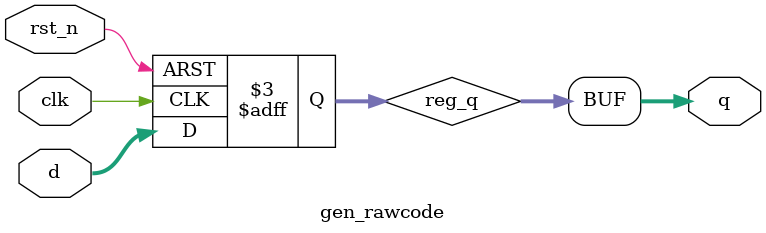
<source format=v>
module gen_rawcode (
  // timing
  input clk,
  input rst_n,
  // data
  input [63:0] d,
  output [63:0] q
);

reg [63:0] reg_q;

always @(posedge clk or negedge rst_n) begin
  if (!rst_n) reg_q <= 64'd0;
  else reg_q <= d;
end

assign q = reg_q;

endmodule

</source>
